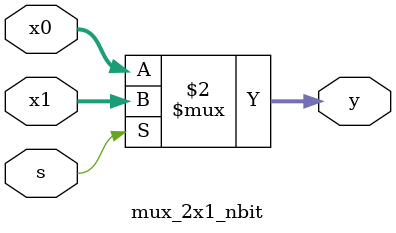
<source format=v>

module mux_2x1_nbit
#(parameter n = 3)
(
input[n-1:0] x0, x1,
input s,
output reg [n-1:0]y
);


always @(*)
begin
y = s ? x1 : x0;
end
endmodule

</source>
